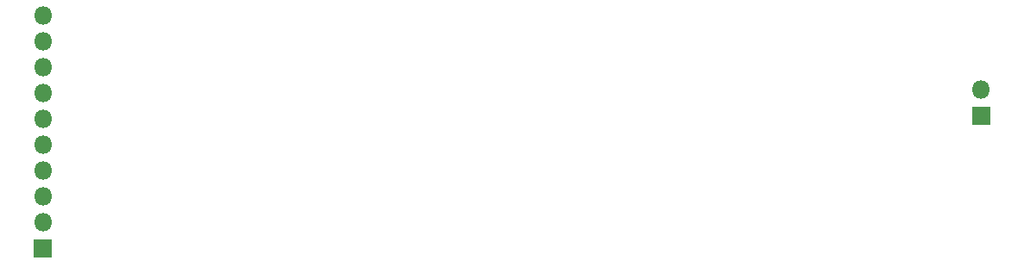
<source format=gbr>
%TF.GenerationSoftware,KiCad,Pcbnew,(5.1.12-1-10_14)*%
%TF.CreationDate,2022-08-29T01:00:24+02:00*%
%TF.ProjectId,esp-wireless-charging,6573702d-7769-4726-956c-6573732d6368,rev?*%
%TF.SameCoordinates,Original*%
%TF.FileFunction,Soldermask,Bot*%
%TF.FilePolarity,Negative*%
%FSLAX46Y46*%
G04 Gerber Fmt 4.6, Leading zero omitted, Abs format (unit mm)*
G04 Created by KiCad (PCBNEW (5.1.12-1-10_14)) date 2022-08-29 01:00:24*
%MOMM*%
%LPD*%
G01*
G04 APERTURE LIST*
%ADD10O,1.800000X1.800000*%
G04 APERTURE END LIST*
D10*
%TO.C,J2*%
X89500000Y-54930000D03*
X89500000Y-57470000D03*
X89500000Y-60010000D03*
X89500000Y-62550000D03*
X89500000Y-65090000D03*
X89500000Y-67630000D03*
X89500000Y-70170000D03*
X89500000Y-72710000D03*
X89500000Y-75250000D03*
G36*
G01*
X90400000Y-76940000D02*
X90400000Y-78640000D01*
G75*
G02*
X90350000Y-78690000I-50000J0D01*
G01*
X88650000Y-78690000D01*
G75*
G02*
X88600000Y-78640000I0J50000D01*
G01*
X88600000Y-76940000D01*
G75*
G02*
X88650000Y-76890000I50000J0D01*
G01*
X90350000Y-76890000D01*
G75*
G02*
X90400000Y-76940000I0J-50000D01*
G01*
G37*
%TD*%
%TO.C,J1*%
G36*
G01*
X182510000Y-63920000D02*
X182510000Y-65620000D01*
G75*
G02*
X182460000Y-65670000I-50000J0D01*
G01*
X180760000Y-65670000D01*
G75*
G02*
X180710000Y-65620000I0J50000D01*
G01*
X180710000Y-63920000D01*
G75*
G02*
X180760000Y-63870000I50000J0D01*
G01*
X182460000Y-63870000D01*
G75*
G02*
X182510000Y-63920000I0J-50000D01*
G01*
G37*
X181610000Y-62230000D03*
%TD*%
M02*

</source>
